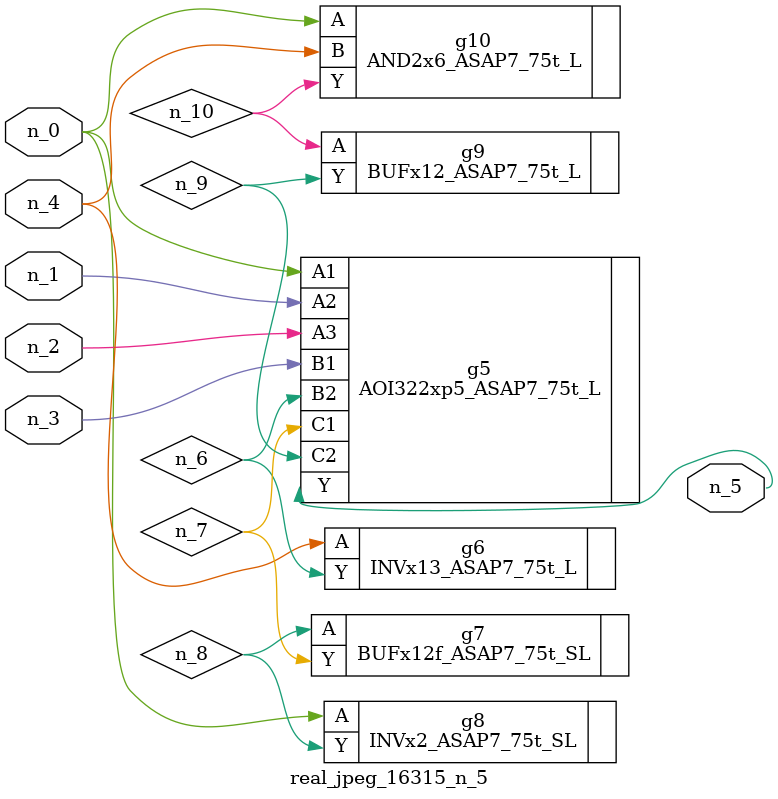
<source format=v>
module real_jpeg_16315_n_5 (n_4, n_0, n_1, n_2, n_3, n_5);

input n_4;
input n_0;
input n_1;
input n_2;
input n_3;

output n_5;

wire n_8;
wire n_6;
wire n_7;
wire n_10;
wire n_9;

AOI322xp5_ASAP7_75t_L g5 ( 
.A1(n_0),
.A2(n_1),
.A3(n_2),
.B1(n_3),
.B2(n_6),
.C1(n_7),
.C2(n_9),
.Y(n_5)
);

INVx2_ASAP7_75t_SL g8 ( 
.A(n_0),
.Y(n_8)
);

AND2x6_ASAP7_75t_L g10 ( 
.A(n_0),
.B(n_4),
.Y(n_10)
);

INVx13_ASAP7_75t_L g6 ( 
.A(n_4),
.Y(n_6)
);

BUFx12f_ASAP7_75t_SL g7 ( 
.A(n_8),
.Y(n_7)
);

BUFx12_ASAP7_75t_L g9 ( 
.A(n_10),
.Y(n_9)
);


endmodule
</source>
